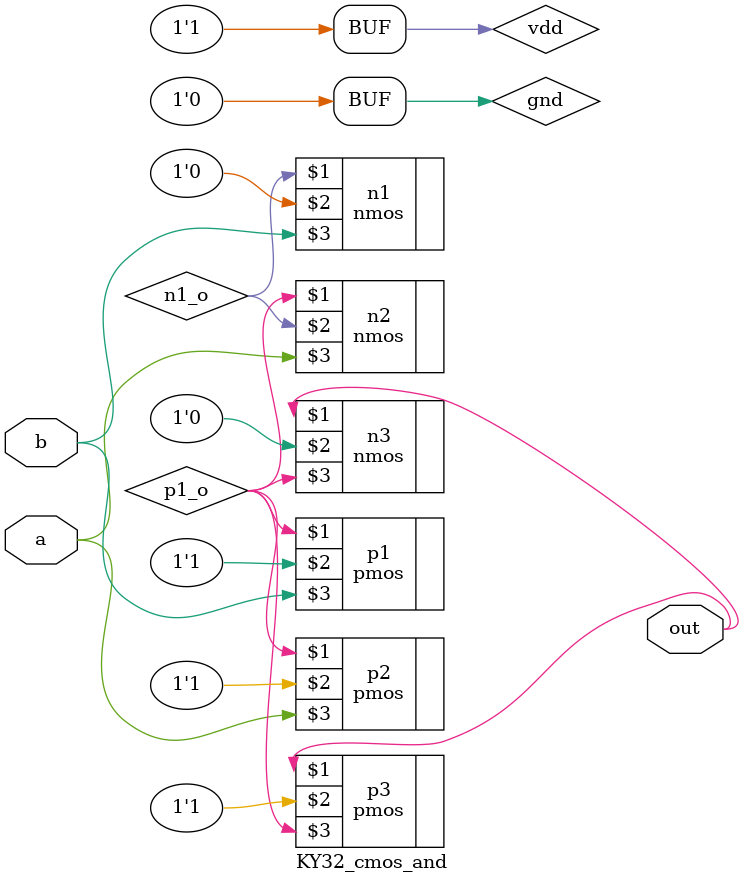
<source format=v>
module KY32_cmos_and(output out, input a, b);
  supply1 vdd;
  supply0 gnd;

  wire p1_o, n1_o;

  pmos p1(p1_o, vdd, b);
  pmos p2(p1_o, vdd, a);
  pmos p3(out, vdd, p1_o);
  nmos n1(n1_o, gnd, b);
  nmos n2(p1_o, n1_o, a);
  nmos n3(out, gnd, p1_o);
endmodule

</source>
